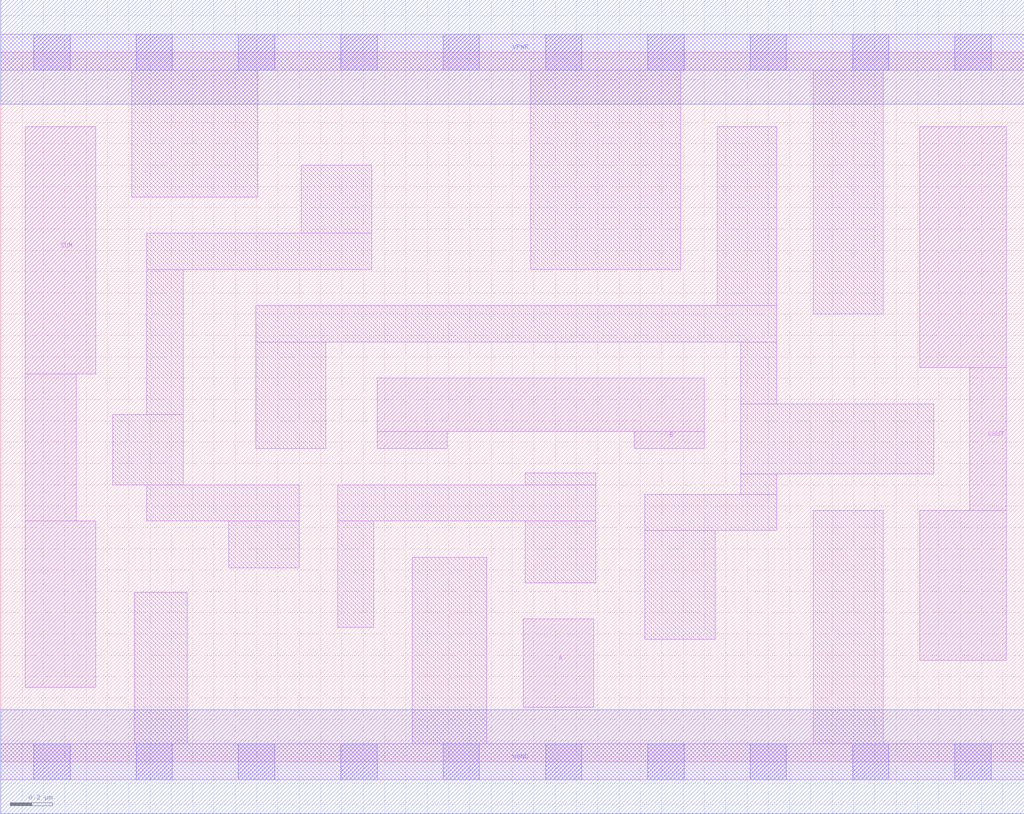
<source format=lef>
# Copyright 2020 The SkyWater PDK Authors
#
# Licensed under the Apache License, Version 2.0 (the "License");
# you may not use this file except in compliance with the License.
# You may obtain a copy of the License at
#
#     https://www.apache.org/licenses/LICENSE-2.0
#
# Unless required by applicable law or agreed to in writing, software
# distributed under the License is distributed on an "AS IS" BASIS,
# WITHOUT WARRANTIES OR CONDITIONS OF ANY KIND, either express or implied.
# See the License for the specific language governing permissions and
# limitations under the License.
#
# SPDX-License-Identifier: Apache-2.0

VERSION 5.7 ;
  NAMESCASESENSITIVE ON ;
  NOWIREEXTENSIONATPIN ON ;
  DIVIDERCHAR "/" ;
  BUSBITCHARS "[]" ;
UNITS
  DATABASE MICRONS 200 ;
END UNITS
MACRO sky130_fd_sc_ms__ha_1
  CLASS CORE ;
  FOREIGN sky130_fd_sc_ms__ha_1 ;
  ORIGIN  0.000000  0.000000 ;
  SIZE  4.800000 BY  3.330000 ;
  SYMMETRY X Y ;
  SITE unit ;
  PIN A
    ANTENNAGATEAREA  0.523200 ;
    DIRECTION INPUT ;
    USE SIGNAL ;
    PORT
      LAYER li1 ;
        RECT 2.450000 0.255000 2.780000 0.670000 ;
    END
  END A
  PIN B
    ANTENNAGATEAREA  0.523200 ;
    DIRECTION INPUT ;
    USE SIGNAL ;
    PORT
      LAYER li1 ;
        RECT 1.765000 1.470000 2.095000 1.550000 ;
        RECT 1.765000 1.550000 3.300000 1.800000 ;
        RECT 2.970000 1.470000 3.300000 1.550000 ;
    END
  END B
  PIN COUT
    ANTENNADIFFAREA  0.524500 ;
    DIRECTION OUTPUT ;
    USE SIGNAL ;
    PORT
      LAYER li1 ;
        RECT 4.310000 0.475000 4.715000 1.180000 ;
        RECT 4.310000 1.850000 4.715000 2.980000 ;
        RECT 4.545000 1.180000 4.715000 1.850000 ;
    END
  END COUT
  PIN SUM
    ANTENNADIFFAREA  0.524500 ;
    DIRECTION OUTPUT ;
    USE SIGNAL ;
    PORT
      LAYER li1 ;
        RECT 0.115000 0.350000 0.445000 1.130000 ;
        RECT 0.115000 1.130000 0.355000 1.820000 ;
        RECT 0.115000 1.820000 0.445000 2.980000 ;
    END
  END SUM
  PIN VGND
    DIRECTION INOUT ;
    USE GROUND ;
    PORT
      LAYER met1 ;
        RECT 0.000000 -0.245000 4.800000 0.245000 ;
    END
  END VGND
  PIN VPWR
    DIRECTION INOUT ;
    USE POWER ;
    PORT
      LAYER met1 ;
        RECT 0.000000 3.085000 4.800000 3.575000 ;
    END
  END VPWR
  OBS
    LAYER li1 ;
      RECT 0.000000 -0.085000 4.800000 0.085000 ;
      RECT 0.000000  3.245000 4.800000 3.415000 ;
      RECT 0.525000  1.300000 0.855000 1.630000 ;
      RECT 0.615000  2.650000 1.205000 3.245000 ;
      RECT 0.625000  0.085000 0.875000 0.795000 ;
      RECT 0.685000  1.130000 1.400000 1.300000 ;
      RECT 0.685000  1.630000 0.855000 2.310000 ;
      RECT 0.685000  2.310000 1.740000 2.480000 ;
      RECT 1.070000  0.910000 1.400000 1.130000 ;
      RECT 1.195000  1.470000 1.525000 1.970000 ;
      RECT 1.195000  1.970000 3.640000 2.140000 ;
      RECT 1.410000  2.480000 1.740000 2.800000 ;
      RECT 1.580000  0.630000 1.750000 1.130000 ;
      RECT 1.580000  1.130000 2.790000 1.300000 ;
      RECT 1.930000  0.085000 2.280000 0.960000 ;
      RECT 2.460000  0.840000 2.790000 1.130000 ;
      RECT 2.460000  1.300000 2.790000 1.355000 ;
      RECT 2.485000  2.310000 3.190000 3.245000 ;
      RECT 3.020000  0.575000 3.350000 1.085000 ;
      RECT 3.020000  1.085000 3.640000 1.255000 ;
      RECT 3.360000  2.140000 3.640000 2.980000 ;
      RECT 3.470000  1.255000 3.640000 1.350000 ;
      RECT 3.470000  1.350000 4.375000 1.680000 ;
      RECT 3.470000  1.680000 3.640000 1.970000 ;
      RECT 3.810000  0.085000 4.140000 1.180000 ;
      RECT 3.810000  2.100000 4.140000 3.245000 ;
    LAYER mcon ;
      RECT 0.155000 -0.085000 0.325000 0.085000 ;
      RECT 0.155000  3.245000 0.325000 3.415000 ;
      RECT 0.635000 -0.085000 0.805000 0.085000 ;
      RECT 0.635000  3.245000 0.805000 3.415000 ;
      RECT 1.115000 -0.085000 1.285000 0.085000 ;
      RECT 1.115000  3.245000 1.285000 3.415000 ;
      RECT 1.595000 -0.085000 1.765000 0.085000 ;
      RECT 1.595000  3.245000 1.765000 3.415000 ;
      RECT 2.075000 -0.085000 2.245000 0.085000 ;
      RECT 2.075000  3.245000 2.245000 3.415000 ;
      RECT 2.555000 -0.085000 2.725000 0.085000 ;
      RECT 2.555000  3.245000 2.725000 3.415000 ;
      RECT 3.035000 -0.085000 3.205000 0.085000 ;
      RECT 3.035000  3.245000 3.205000 3.415000 ;
      RECT 3.515000 -0.085000 3.685000 0.085000 ;
      RECT 3.515000  3.245000 3.685000 3.415000 ;
      RECT 3.995000 -0.085000 4.165000 0.085000 ;
      RECT 3.995000  3.245000 4.165000 3.415000 ;
      RECT 4.475000 -0.085000 4.645000 0.085000 ;
      RECT 4.475000  3.245000 4.645000 3.415000 ;
  END
END sky130_fd_sc_ms__ha_1
END LIBRARY

</source>
